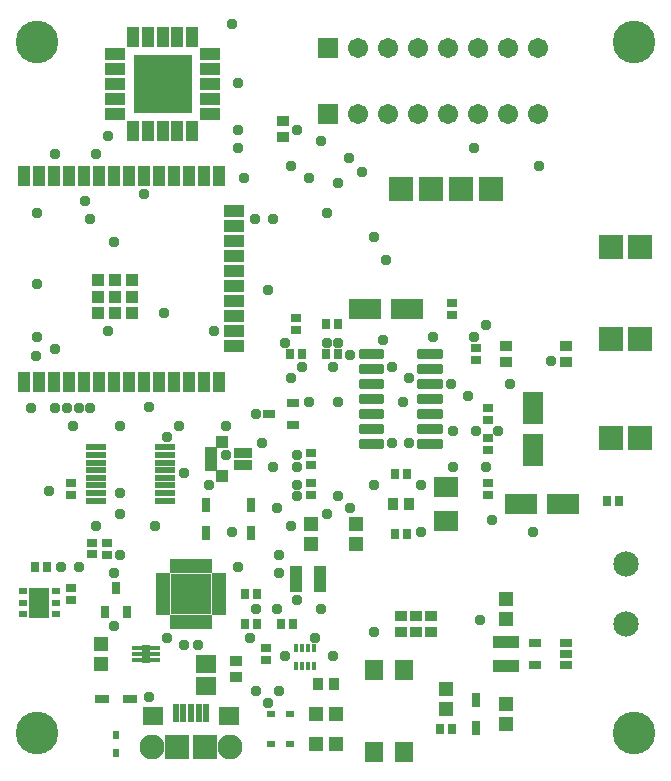
<source format=gbr>
G04 EAGLE Gerber RS-274X export*
G75*
%MOMM*%
%FSLAX34Y34*%
%LPD*%
%INSoldermask Top*%
%IPPOS*%
%AMOC8*
5,1,8,0,0,1.08239X$1,22.5*%
G01*
%ADD10C,3.603200*%
%ADD11C,0.353406*%
%ADD12R,1.503200X0.603200*%
%ADD13R,0.503200X1.053200*%
%ADD14R,1.053200X0.503200*%
%ADD15R,1.676400X0.558800*%
%ADD16R,1.003200X0.803200*%
%ADD17R,0.803200X1.003200*%
%ADD18R,1.103200X1.703200*%
%ADD19R,1.703200X1.103200*%
%ADD20R,1.103200X1.103200*%
%ADD21R,1.701800X1.016000*%
%ADD22R,1.016000X1.701800*%
%ADD23R,5.003800X5.003800*%
%ADD24R,1.079500X0.711200*%
%ADD25R,0.663200X1.243200*%
%ADD26R,0.903200X0.803200*%
%ADD27R,0.803200X0.903200*%
%ADD28R,0.903200X1.103200*%
%ADD29R,1.103200X0.903200*%
%ADD30R,1.303200X1.203200*%
%ADD31R,1.203200X1.303200*%
%ADD32R,2.003200X1.803200*%
%ADD33R,2.209800X1.003200*%
%ADD34R,1.003200X2.209800*%
%ADD35C,2.153200*%
%ADD36R,1.711200X1.711200*%
%ADD37C,1.711200*%
%ADD38R,2.003200X2.003200*%
%ADD39R,0.609600X1.549400*%
%ADD40R,1.803400X1.600200*%
%ADD41R,2.108200X2.108200*%
%ADD42C,2.108200*%
%ADD43R,0.453200X0.703200*%
%ADD44R,0.473200X1.193200*%
%ADD45R,1.193200X0.473200*%
%ADD46R,3.453200X3.453200*%
%ADD47R,1.243200X0.663200*%
%ADD48R,1.703200X1.503200*%
%ADD49R,1.503200X1.703200*%
%ADD50R,0.558800X0.711200*%
%ADD51R,0.711200X0.558800*%
%ADD52R,2.803200X1.803200*%
%ADD53R,1.803200X2.803200*%
%ADD54R,0.914400X0.457200*%
%ADD55R,0.762000X1.524000*%
%ADD56R,0.803200X0.603200*%
%ADD57R,1.703200X2.603200*%
%ADD58C,0.959600*%


D10*
X35000Y35000D03*
X540000Y35000D03*
X540000Y620000D03*
X35000Y620000D03*
D11*
X358551Y281649D02*
X376749Y281649D01*
X376749Y277151D01*
X358551Y277151D01*
X358551Y281649D01*
X358551Y280508D02*
X376749Y280508D01*
X376749Y294349D02*
X358551Y294349D01*
X376749Y294349D02*
X376749Y289851D01*
X358551Y289851D01*
X358551Y294349D01*
X358551Y293208D02*
X376749Y293208D01*
X376749Y307049D02*
X358551Y307049D01*
X376749Y307049D02*
X376749Y302551D01*
X358551Y302551D01*
X358551Y307049D01*
X358551Y305908D02*
X376749Y305908D01*
X376749Y319749D02*
X358551Y319749D01*
X376749Y319749D02*
X376749Y315251D01*
X358551Y315251D01*
X358551Y319749D01*
X358551Y318608D02*
X376749Y318608D01*
X376749Y332449D02*
X358551Y332449D01*
X376749Y332449D02*
X376749Y327951D01*
X358551Y327951D01*
X358551Y332449D01*
X358551Y331308D02*
X376749Y331308D01*
X376749Y345149D02*
X358551Y345149D01*
X376749Y345149D02*
X376749Y340651D01*
X358551Y340651D01*
X358551Y345149D01*
X358551Y344008D02*
X376749Y344008D01*
X376749Y357849D02*
X358551Y357849D01*
X376749Y357849D02*
X376749Y353351D01*
X358551Y353351D01*
X358551Y357849D01*
X358551Y356708D02*
X376749Y356708D01*
X327249Y357849D02*
X309051Y357849D01*
X327249Y357849D02*
X327249Y353351D01*
X309051Y353351D01*
X309051Y357849D01*
X309051Y356708D02*
X327249Y356708D01*
X327249Y345149D02*
X309051Y345149D01*
X327249Y345149D02*
X327249Y340651D01*
X309051Y340651D01*
X309051Y345149D01*
X309051Y344008D02*
X327249Y344008D01*
X327249Y332449D02*
X309051Y332449D01*
X327249Y332449D02*
X327249Y327951D01*
X309051Y327951D01*
X309051Y332449D01*
X309051Y331308D02*
X327249Y331308D01*
X327249Y319749D02*
X309051Y319749D01*
X327249Y319749D02*
X327249Y315251D01*
X309051Y315251D01*
X309051Y319749D01*
X309051Y318608D02*
X327249Y318608D01*
X327249Y307049D02*
X309051Y307049D01*
X327249Y307049D02*
X327249Y302551D01*
X309051Y302551D01*
X309051Y307049D01*
X309051Y305908D02*
X327249Y305908D01*
X327249Y294349D02*
X309051Y294349D01*
X327249Y294349D02*
X327249Y289851D01*
X309051Y289851D01*
X309051Y294349D01*
X309051Y293208D02*
X327249Y293208D01*
X327249Y281649D02*
X309051Y281649D01*
X327249Y281649D02*
X327249Y277151D01*
X309051Y277151D01*
X309051Y281649D01*
X309051Y280508D02*
X327249Y280508D01*
D12*
X209000Y259700D03*
X209000Y269700D03*
D13*
X194000Y281200D03*
X189000Y281200D03*
D14*
X182000Y274200D03*
X182000Y269200D03*
X182000Y264200D03*
X182000Y259200D03*
D13*
X189000Y252200D03*
X194000Y252200D03*
D12*
X209000Y263700D03*
X209000Y273700D03*
D15*
X85090Y276860D03*
X85090Y270256D03*
X85090Y263652D03*
X85090Y257302D03*
X85090Y250698D03*
X85090Y244348D03*
X85090Y237744D03*
X85090Y231140D03*
X143510Y231140D03*
X143510Y237744D03*
X143510Y244348D03*
X143510Y250698D03*
X143510Y257302D03*
X143510Y263652D03*
X143510Y270256D03*
X143510Y276860D03*
D16*
X231200Y304800D03*
X251400Y295300D03*
X251400Y314300D03*
D17*
X101600Y157500D03*
X92100Y137300D03*
X111100Y137300D03*
D18*
X23600Y331600D03*
X36300Y331600D03*
X49000Y331600D03*
X61700Y331600D03*
X74400Y331600D03*
X87100Y331600D03*
X99800Y331600D03*
X112500Y331600D03*
X125200Y331600D03*
X137900Y331600D03*
X150600Y331600D03*
X163300Y331600D03*
X176000Y331600D03*
X188700Y331600D03*
D19*
X201200Y361950D03*
X201200Y374650D03*
X201200Y387350D03*
X201200Y400050D03*
X201200Y412750D03*
X201200Y425450D03*
X201200Y438150D03*
X201200Y450850D03*
X201200Y463550D03*
X201200Y476250D03*
D18*
X188700Y506600D03*
X176000Y506600D03*
X163300Y506600D03*
X150600Y506600D03*
X137900Y506600D03*
X125200Y506600D03*
X112500Y506600D03*
X99800Y506600D03*
X87100Y506600D03*
X74400Y506600D03*
X61700Y506600D03*
X49000Y506600D03*
X36300Y506600D03*
X23600Y506600D03*
D20*
X86800Y390100D03*
X86800Y404100D03*
X86800Y418100D03*
X100800Y390100D03*
X100800Y404100D03*
X100800Y418100D03*
X114800Y390100D03*
X114800Y404100D03*
X114800Y418100D03*
D21*
X101200Y609200D03*
X101200Y596700D03*
X101200Y584200D03*
X101200Y571700D03*
X101200Y559200D03*
D22*
X116200Y544200D03*
X128700Y544200D03*
X141200Y544200D03*
X153700Y544200D03*
X166200Y544200D03*
D21*
X181200Y559200D03*
X181200Y571700D03*
X181200Y584200D03*
X181200Y596700D03*
X181200Y609200D03*
D22*
X166200Y624200D03*
X153700Y624200D03*
X141200Y624200D03*
X128700Y624200D03*
X116200Y624200D03*
D23*
X141200Y584200D03*
D24*
X483045Y92100D03*
X483045Y101600D03*
X483045Y111100D03*
X456756Y111100D03*
X456756Y92100D03*
D25*
X406400Y62700D03*
X406400Y38900D03*
X215900Y227800D03*
X215900Y204000D03*
X177800Y227800D03*
X177800Y204000D03*
D26*
X266700Y261700D03*
X266700Y271700D03*
X266700Y246300D03*
X266700Y236300D03*
X94300Y185500D03*
X94300Y195500D03*
X81400Y195900D03*
X81400Y185900D03*
D27*
X376000Y38100D03*
X386000Y38100D03*
D26*
X416400Y299800D03*
X416400Y309800D03*
X416400Y274400D03*
X416400Y284400D03*
D27*
X527500Y231300D03*
X517500Y231300D03*
D26*
X386000Y398700D03*
X386000Y388700D03*
X406400Y350600D03*
X406400Y360600D03*
D27*
X347900Y203200D03*
X337900Y203200D03*
X337900Y254000D03*
X347900Y254000D03*
D26*
X416400Y236300D03*
X416400Y246300D03*
X63500Y236300D03*
X63500Y246300D03*
D27*
X33100Y175260D03*
X43100Y175260D03*
D26*
X63500Y157400D03*
X63500Y147400D03*
D28*
X336400Y228600D03*
X349400Y228600D03*
D29*
X431800Y349100D03*
X431800Y362100D03*
X482600Y362100D03*
X482600Y349100D03*
X342900Y120500D03*
X342900Y133500D03*
X355600Y120500D03*
X355600Y133500D03*
X242800Y539600D03*
X242800Y552600D03*
D28*
X272900Y76200D03*
X285900Y76200D03*
D30*
X287900Y25400D03*
X270900Y25400D03*
D31*
X381000Y72000D03*
X381000Y55000D03*
D30*
X287900Y50800D03*
X270900Y50800D03*
D31*
X431800Y42300D03*
X431800Y59300D03*
X431800Y148200D03*
X431800Y131200D03*
X304800Y194700D03*
X304800Y211700D03*
D32*
X381000Y242600D03*
X381000Y214600D03*
D33*
X431800Y111600D03*
X431800Y91600D03*
D34*
X274000Y165100D03*
X254000Y165100D03*
D35*
X533400Y127400D03*
X533400Y177400D03*
D36*
X280900Y614600D03*
D37*
X306300Y614600D03*
X331700Y614600D03*
X357100Y614600D03*
X382500Y614600D03*
X407900Y614600D03*
X433300Y614600D03*
X458700Y614600D03*
D36*
X280900Y558800D03*
D37*
X306300Y558800D03*
X331700Y558800D03*
X357100Y558800D03*
X382500Y558800D03*
X407900Y558800D03*
X433300Y558800D03*
X458700Y558800D03*
D31*
X88900Y110100D03*
X88900Y93100D03*
X266700Y194700D03*
X266700Y211700D03*
D38*
X545700Y284400D03*
X520700Y284400D03*
X545700Y367900D03*
X520700Y367900D03*
X545700Y446400D03*
X520700Y446400D03*
X419100Y495300D03*
X393700Y495300D03*
X368300Y495300D03*
X342900Y495300D03*
D39*
X152100Y51471D03*
X158600Y51471D03*
X165100Y51471D03*
X171600Y51471D03*
X178100Y51471D03*
D40*
X133100Y49221D03*
X197100Y49221D03*
D41*
X153100Y22721D03*
X177100Y22721D03*
D42*
X132100Y22721D03*
X198100Y22721D03*
D43*
X254000Y91600D03*
X259000Y91600D03*
X264000Y91600D03*
X269000Y91600D03*
X254000Y106600D03*
X259000Y106600D03*
X264000Y106600D03*
X269000Y106600D03*
D44*
X150100Y128800D03*
X155100Y128800D03*
X160100Y128800D03*
X165100Y128800D03*
X170100Y128800D03*
X175100Y128800D03*
X180100Y128800D03*
D45*
X188700Y137400D03*
X188700Y142400D03*
X188700Y147400D03*
X188700Y152400D03*
X188700Y157400D03*
X188700Y162400D03*
X188700Y167400D03*
D44*
X180100Y176000D03*
X175100Y176000D03*
X170100Y176000D03*
X165100Y176000D03*
X160100Y176000D03*
X155100Y176000D03*
X150100Y176000D03*
D45*
X141500Y167400D03*
X141500Y162400D03*
X141500Y157400D03*
X141500Y152400D03*
X141500Y147400D03*
X141500Y142400D03*
X141500Y137400D03*
D46*
X165100Y152400D03*
D47*
X89700Y63500D03*
X113500Y63500D03*
D27*
X220900Y127000D03*
X210900Y127000D03*
X241300Y127000D03*
X251300Y127000D03*
D26*
X228600Y106600D03*
X228600Y96600D03*
D48*
X177800Y74400D03*
X177800Y93400D03*
D29*
X203200Y82400D03*
X203200Y95400D03*
X368300Y120500D03*
X368300Y133500D03*
D49*
X320280Y88340D03*
X320280Y18340D03*
X345280Y18340D03*
X345280Y88340D03*
D27*
X259000Y355600D03*
X249000Y355600D03*
X289400Y355600D03*
X279400Y355600D03*
X279400Y381000D03*
X289400Y381000D03*
D26*
X254000Y386000D03*
X254000Y376000D03*
D50*
X101600Y33401D03*
X101600Y17399D03*
D51*
X233299Y25400D03*
X249301Y25400D03*
X233299Y50800D03*
X249301Y50800D03*
D27*
X210900Y152400D03*
X220900Y152400D03*
D52*
X312200Y393700D03*
X348200Y393700D03*
X444200Y228600D03*
X480200Y228600D03*
D53*
X454500Y274100D03*
X454500Y310100D03*
D54*
X119253Y106600D03*
X119253Y101600D03*
X119253Y96600D03*
X134747Y96600D03*
X134747Y101600D03*
X134747Y106600D03*
D55*
X127000Y101600D03*
D56*
X22800Y155100D03*
X22800Y145100D03*
X22800Y135100D03*
X50800Y135100D03*
X50800Y145100D03*
X50800Y155100D03*
D57*
X36800Y145100D03*
D58*
X420000Y215000D03*
X360000Y245000D03*
X425000Y290000D03*
X270000Y115000D03*
X290000Y365000D03*
X240000Y70000D03*
X220000Y70000D03*
X100000Y450000D03*
X35000Y475000D03*
X35000Y415000D03*
X35000Y370000D03*
X95000Y375000D03*
X205000Y585000D03*
X205000Y530000D03*
X405000Y370000D03*
X370000Y370000D03*
X158932Y255000D03*
X180000Y245000D03*
X280000Y475000D03*
X235000Y470000D03*
X350000Y280000D03*
X335000Y280000D03*
X410000Y130000D03*
X240000Y170000D03*
X345000Y315000D03*
X225000Y280000D03*
X330000Y435000D03*
X327486Y367514D03*
X55000Y175000D03*
X70000Y175000D03*
X255000Y270000D03*
X195000Y270000D03*
X105000Y238000D03*
X45000Y240000D03*
X145000Y285000D03*
X255000Y147000D03*
X275000Y140000D03*
X240000Y185000D03*
X205000Y175000D03*
X125000Y491068D03*
X95000Y540000D03*
X200000Y635000D03*
X230000Y410000D03*
X195000Y295000D03*
X155000Y295000D03*
X290000Y500000D03*
X470000Y350000D03*
X400000Y320000D03*
X250000Y335000D03*
X350000Y335000D03*
X255000Y260000D03*
X235000Y260000D03*
X220000Y305000D03*
X60000Y310000D03*
X320000Y245000D03*
X255000Y245000D03*
X250000Y515000D03*
X405000Y530000D03*
X100000Y125000D03*
X320000Y119932D03*
X100000Y170000D03*
X280000Y220000D03*
X210000Y505000D03*
X265000Y505000D03*
X255000Y545000D03*
X105000Y220000D03*
X238000Y225000D03*
X80000Y310000D03*
X80000Y470000D03*
X218932Y470000D03*
X75000Y485000D03*
X70000Y310000D03*
X298574Y521426D03*
X30000Y310000D03*
X34000Y354000D03*
X205000Y545000D03*
X85000Y525000D03*
X50000Y525000D03*
X50000Y360000D03*
X50000Y310000D03*
X65000Y295000D03*
X105000Y295000D03*
X142000Y390000D03*
X320000Y455000D03*
X250068Y210000D03*
X200000Y205000D03*
X215000Y115000D03*
X145000Y115000D03*
X290000Y235000D03*
X255000Y235000D03*
X275000Y536068D03*
X285000Y100000D03*
X245000Y100000D03*
X385000Y330000D03*
X435000Y330000D03*
X130000Y65000D03*
X230000Y60000D03*
X171168Y108932D03*
X159032Y108932D03*
X220000Y140000D03*
X238000Y140000D03*
X105000Y185000D03*
X300000Y225000D03*
X300000Y355000D03*
X415000Y380000D03*
X130000Y311068D03*
X265000Y315000D03*
X85000Y210000D03*
X135000Y210000D03*
X460000Y515000D03*
X310000Y510000D03*
X290000Y315000D03*
X285000Y345000D03*
X335000Y345000D03*
X258932Y345000D03*
X245000Y365000D03*
X185000Y375000D03*
X280000Y365000D03*
X406068Y290000D03*
X387000Y290000D03*
X387000Y260000D03*
X415000Y260000D03*
X455000Y205000D03*
X360000Y205000D03*
M02*

</source>
